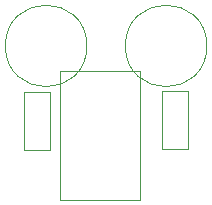
<source format=gbr>
%TF.GenerationSoftware,KiCad,Pcbnew,(5.1.7)-1*%
%TF.CreationDate,2020-11-24T17:10:03-06:00*%
%TF.ProjectId,025mag-PROBE-BOARD_REV2,3032356d-6167-42d5-9052-4f42452d424f,rev?*%
%TF.SameCoordinates,Original*%
%TF.FileFunction,Other,User*%
%FSLAX46Y46*%
G04 Gerber Fmt 4.6, Leading zero omitted, Abs format (unit mm)*
G04 Created by KiCad (PCBNEW (5.1.7)-1) date 2020-11-24 17:10:03*
%MOMM*%
%LPD*%
G01*
G04 APERTURE LIST*
%ADD10C,0.050000*%
G04 APERTURE END LIST*
D10*
%TO.C,REF\u002A\u002A*%
X-1630000Y5080000D02*
G75*
G03*
X-1630000Y5080000I-3450000J0D01*
G01*
X-3900000Y-7950000D02*
X2850000Y-7950000D01*
X-3900000Y2950000D02*
X-3900000Y-7950000D01*
X2850000Y-7950000D02*
X2850000Y2950000D01*
X2850000Y2950000D02*
X-3900000Y2950000D01*
%TO.C,D2*%
X4714000Y1262500D02*
X6954000Y1262500D01*
X6954000Y1262500D02*
X6954000Y-3637500D01*
X6954000Y-3637500D02*
X4714000Y-3637500D01*
X4714000Y-3637500D02*
X4714000Y1262500D01*
%TO.C,R1*%
X-6954000Y1150000D02*
X-4714000Y1150000D01*
X-4714000Y1150000D02*
X-4714000Y-3750000D01*
X-4714000Y-3750000D02*
X-6954000Y-3750000D01*
X-6954000Y-3750000D02*
X-6954000Y1150000D01*
%TO.C,REF\u002A\u002A*%
X8530000Y5080000D02*
G75*
G03*
X8530000Y5080000I-3450000J0D01*
G01*
%TD*%
M02*

</source>
